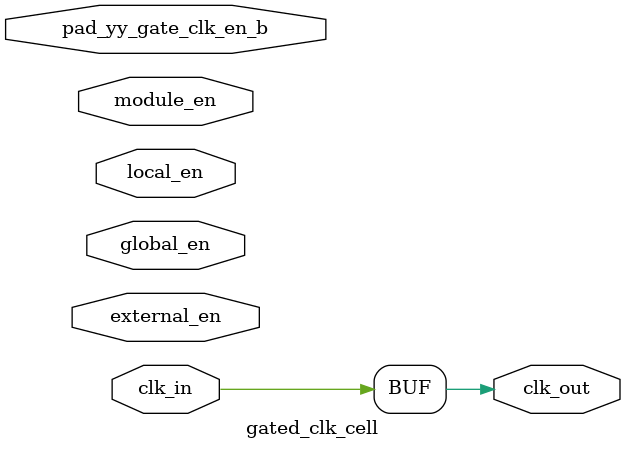
<source format=v>

module gated_clk_cell(
  clk_in,
  global_en,
  module_en,
  local_en,
  external_en,
  pad_yy_gate_clk_en_b,
  clk_out
);

input  clk_in;
input  global_en;
input  module_en;
input  local_en;
input  external_en;
input  pad_yy_gate_clk_en_b;
output clk_out;
/*
wire   clk_en_bf_latch;
wire   SE;

assign clk_en_bf_latch = (global_en && (module_en || local_en)) || external_en ;

// SE driven from primary input, held constant
assign SE	       = pad_yy_gate_clk_en_b;
 
//   &Instance("gated_cell","x_gated_clk_cell");
// //   &Connect(    .clk_in           (clk_in), @50
// //                .SE               (SE), @51
// //                .external_en      (clk_en_bf_latch), @52
// //                .clk_out          (clk_out) @53
// //                ) ; @54
GCKHBQX8AH6 x_gated_clk_cell(
.CK(clk_in),
.TE(SE),
.E(clk_en_bf_latch),
.Q(clk_out));
*/
assign clk_out = clk_in;

endmodule   

</source>
